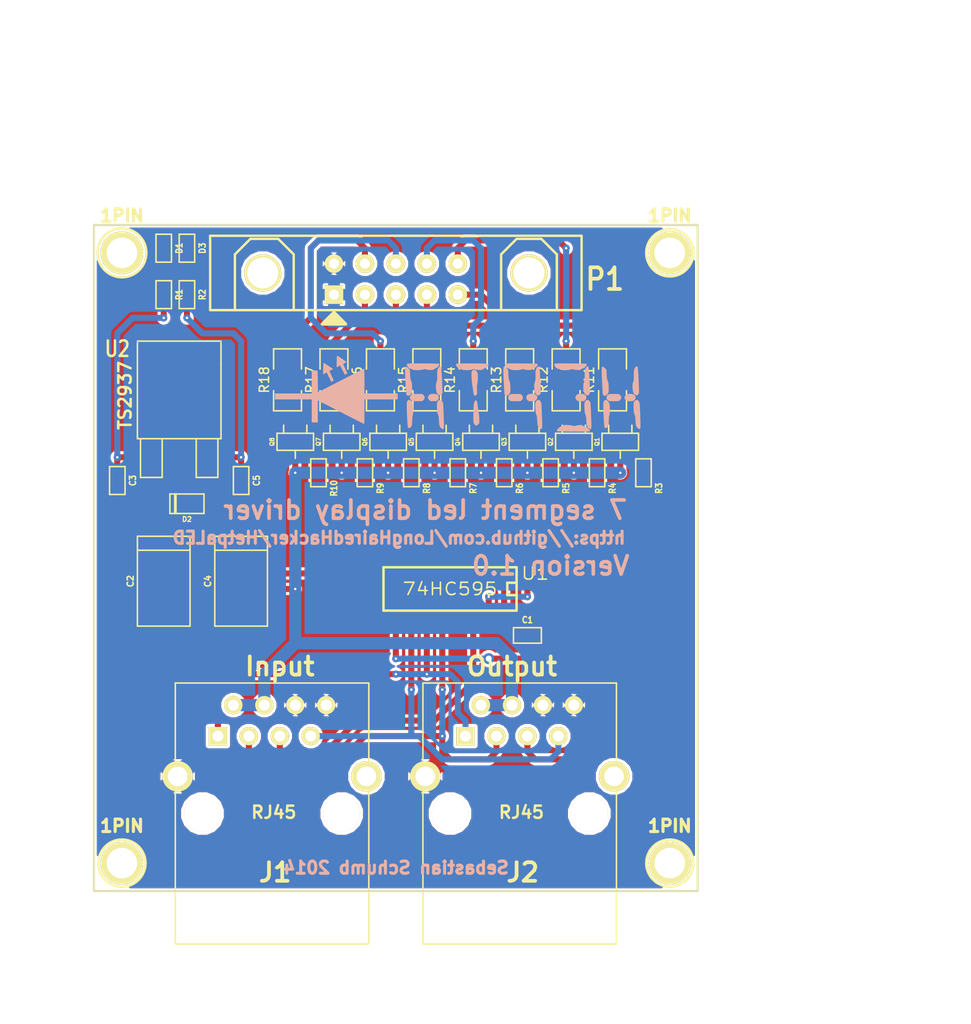
<source format=kicad_pcb>
(kicad_pcb (version 3) (host pcbnew "(2013-may-18)-stable")
  (layers (15 F.Cu signal) (0 B.Cu signal) (18 B.Paste user) (19 F.Paste user) (20 B.SilkS user) (21 F.SilkS user) (22 B.Mask user) (23 F.Mask user) (28 Edge.Cuts user))
  (net 0 "")
  (net 1 +24V)
  (net 2 +5V)
  (net 3 Clock)
  (net 4 Data_In)
  (net 5 Data_Out)
  (net 6 Enable)
  (net 7 FET_1)
  (net 8 FET_2)
  (net 9 FET_3)
  (net 10 FET_4)
  (net 11 FET_5)
  (net 12 FET_6)
  (net 13 FET_7)
  (net 14 FET_8)
  (net 15 GND)
  (net 16 N-000001)
  (net 17 N-0000010)
  (net 18 N-0000011)
  (net 19 N-0000021)
  (net 20 N-0000022)
  (net 21 N-0000024)
  (net 22 N-0000026)
  (net 23 N-000003)
  (net 24 N-0000033)
  (net 25 N-0000034)
  (net 26 N-0000036)
  (net 27 N-0000037)
  (net 28 N-000004)
  (net 29 N-0000041)
  (net 30 N-0000042)
  (net 31 N-000005)
  (net 32 N-000007)
  (net 33 N-000009)
  (net 34 Reset)
  (net 35 SEG_1)
  (net 36 SEG_2)
  (net 37 SEG_3)
  (net 38 SEG_4)
  (net 39 SEG_5)
  (net 40 SEG_6)
  (net 41 SEG_7)
  (net 42 SEG_8)
  (module 1pin (layer F.Cu) (at 101.981 36.576)
    (fp_text reference 1PIN (at 0 -3.048) (layer F.SilkS) (effects (font (size 1.016 1.016) (thickness 0.254))))
    (fp_text value P*** hide)
    (pad 1 thru_hole circle (at 0 0) (size 3.5 3.5) (drill 2.5) (layers *.Cu *.Mask F.SilkS))
  )
  (module 1pin (layer F.Cu) (at 101.981 86.614)
    (fp_text reference 1PIN (at 0 -3.048) (layer F.SilkS) (effects (font (size 1.016 1.016) (thickness 0.254))))
    (fp_text value P*** hide)
    (pad 1 thru_hole circle (at 0 0) (size 3.5 3.5) (drill 2.5) (layers *.Cu *.Mask F.SilkS))
  )
  (module 1pin (layer F.Cu) (at 146.939 86.614)
    (fp_text reference 1PIN (at 0 -3.048) (layer F.SilkS) (effects (font (size 1.016 1.016) (thickness 0.254))))
    (fp_text value P*** hide)
    (pad 1 thru_hole circle (at 0 0) (size 3.5 3.5) (drill 2.5) (layers *.Cu *.Mask F.SilkS))
  )
  (module 1pin (layer F.Cu) (at 146.939 36.576)
    (fp_text reference 1PIN (at 0 -3.048) (layer F.SilkS) (effects (font (size 1.016 1.016) (thickness 0.254))))
    (fp_text value P*** hide)
    (pad 1 thru_hole circle (at 0 0) (size 3.5 3.5) (drill 2.5) (layers *.Cu *.Mask F.SilkS))
  )
  (module HE10-10C (layer F.Cu) (at 124.46 38.735 180)
    (fp_text reference P1 (at -17.145 0 360) (layer F.SilkS) (effects (font (size 1.77546 1.5875) (thickness 0.3048))))
    (fp_text value HE10-10 hide)
    (pad 0 thru_hole circle (at -10.922 0.508 180) (size 3.048 3.048) (drill 2.54) (layers *.Cu *.Mask F.SilkS))
    (pad 0 thru_hole circle (at 10.922 0.508 180) (size 3.048 3.048) (drill 2.54) (layers *.Cu *.Mask F.SilkS))
    (pad 1 thru_hole rect (at 5.08 -1.27 180) (size 1.524 1.524) (drill 0.8128) (layers *.Cu *.Mask F.SilkS) (net 15 GND))
    (pad 2 thru_hole circle (at 5.08 1.27 180) (size 1.524 1.524) (drill 0.8128) (layers *.Cu *.Mask F.SilkS) (net 15 GND))
    (pad 3 thru_hole circle (at 2.54 -1.27 180) (size 1.524 1.524) (drill 0.8128) (layers *.Cu *.Mask F.SilkS) (net 41 SEG_7))
    (pad 4 thru_hole circle (at 2.54 1.27 180) (size 1.524 1.524) (drill 0.8128) (layers *.Cu *.Mask F.SilkS) (net 42 SEG_8))
    (pad 5 thru_hole circle (at 0 -1.27 180) (size 1.524 1.524) (drill 0.8128) (layers *.Cu *.Mask F.SilkS) (net 39 SEG_5))
    (pad 6 thru_hole circle (at 0 1.27 180) (size 1.524 1.524) (drill 0.8128) (layers *.Cu *.Mask F.SilkS) (net 40 SEG_6))
    (pad 7 thru_hole circle (at -2.54 -1.27 180) (size 1.524 1.524) (drill 0.8128) (layers *.Cu *.Mask F.SilkS) (net 37 SEG_3))
    (pad 8 thru_hole circle (at -2.54 1.27 180) (size 1.524 1.524) (drill 0.8128) (layers *.Cu *.Mask F.SilkS) (net 38 SEG_4))
    (pad 9 thru_hole circle (at -5.08 -1.27 180) (size 1.524 1.524) (drill 0.8128) (layers *.Cu *.Mask F.SilkS) (net 35 SEG_1))
    (pad 10 thru_hole circle (at -5.08 1.27 180) (size 1.524 1.524) (drill 0.8128) (layers *.Cu *.Mask F.SilkS) (net 36 SEG_2))
  )
  (module c_tant_D (layer F.Cu) (at 111.76 63.5 90)
    (fp_text reference C4 (at 0 -2.7305 90) (layer F.SilkS) (effects (font (size 0.50038 0.50038) (thickness 0.11938))))
    (fp_text value 10uF hide)
    (pad 1 smd rect (at 2.99974 0 90) (size 2.55016 2.70002) (layers F.Cu F.Paste F.Mask) (net 2 +5V))
    (pad 2 smd rect (at -2.99974 0 90) (size 2.55016 3.79984) (layers F.Cu F.Paste F.Mask) (net 15 GND))
  )
  (module sot23 (layer F.Cu) (at 120.015 52.07 180)
    (fp_text reference Q7 (at 1.905 0 270) (layer F.SilkS) (effects (font (size 0.35 0.35) (thickness 0.0875))))
    (fp_text value NDS355 hide)
    (pad 1 smd rect (at -0.9525 1.05664 180) (size 0.59944 1.00076) (layers F.Cu F.Paste F.Mask) (net 26 N-0000036))
    (pad 2 smd rect (at 0 -1.05664 180) (size 0.59944 1.00076) (layers F.Cu F.Paste F.Mask) (net 1 +24V))
    (pad 3 smd rect (at 0.9525 1.05664 180) (size 0.59944 1.00076) (layers F.Cu F.Paste F.Mask) (net 25 N-0000034))
  )
  (module sot23 (layer F.Cu) (at 142.875 52.07 180)
    (fp_text reference Q1 (at 1.905 0 270) (layer F.SilkS) (effects (font (size 0.35 0.35) (thickness 0.0875))))
    (fp_text value NDS355 hide)
    (pad 1 smd rect (at -0.9525 1.05664 180) (size 0.59944 1.00076) (layers F.Cu F.Paste F.Mask) (net 19 N-0000021))
    (pad 2 smd rect (at 0 -1.05664 180) (size 0.59944 1.00076) (layers F.Cu F.Paste F.Mask) (net 1 +24V))
    (pad 3 smd rect (at 0.9525 1.05664 180) (size 0.59944 1.00076) (layers F.Cu F.Paste F.Mask) (net 18 N-0000011))
  )
  (module sot23 (layer F.Cu) (at 123.825 52.07 180)
    (fp_text reference Q6 (at 1.905 0 270) (layer F.SilkS) (effects (font (size 0.35 0.35) (thickness 0.0875))))
    (fp_text value NDS355 hide)
    (pad 1 smd rect (at -0.9525 1.05664 180) (size 0.59944 1.00076) (layers F.Cu F.Paste F.Mask) (net 24 N-0000033))
    (pad 2 smd rect (at 0 -1.05664 180) (size 0.59944 1.00076) (layers F.Cu F.Paste F.Mask) (net 1 +24V))
    (pad 3 smd rect (at 0.9525 1.05664 180) (size 0.59944 1.00076) (layers F.Cu F.Paste F.Mask) (net 17 N-0000010))
  )
  (module sot23 (layer F.Cu) (at 139.065 52.07 180)
    (fp_text reference Q2 (at 1.905 0 270) (layer F.SilkS) (effects (font (size 0.35 0.35) (thickness 0.0875))))
    (fp_text value NDS355 hide)
    (pad 1 smd rect (at -0.9525 1.05664 180) (size 0.59944 1.00076) (layers F.Cu F.Paste F.Mask) (net 21 N-0000024))
    (pad 2 smd rect (at 0 -1.05664 180) (size 0.59944 1.00076) (layers F.Cu F.Paste F.Mask) (net 1 +24V))
    (pad 3 smd rect (at 0.9525 1.05664 180) (size 0.59944 1.00076) (layers F.Cu F.Paste F.Mask) (net 20 N-0000022))
  )
  (module sot23 (layer F.Cu) (at 116.205 52.07 180)
    (fp_text reference Q8 (at 1.905 0 270) (layer F.SilkS) (effects (font (size 0.35 0.35) (thickness 0.0875))))
    (fp_text value NDS355 hide)
    (pad 1 smd rect (at -0.9525 1.05664 180) (size 0.59944 1.00076) (layers F.Cu F.Paste F.Mask) (net 22 N-0000026))
    (pad 2 smd rect (at 0 -1.05664 180) (size 0.59944 1.00076) (layers F.Cu F.Paste F.Mask) (net 1 +24V))
    (pad 3 smd rect (at 0.9525 1.05664 180) (size 0.59944 1.00076) (layers F.Cu F.Paste F.Mask) (net 27 N-0000037))
  )
  (module sot23 (layer F.Cu) (at 135.255 52.07 180)
    (fp_text reference Q3 (at 1.905 0 270) (layer F.SilkS) (effects (font (size 0.35 0.35) (thickness 0.0875))))
    (fp_text value NDS355 hide)
    (pad 1 smd rect (at -0.9525 1.05664 180) (size 0.59944 1.00076) (layers F.Cu F.Paste F.Mask) (net 28 N-000004))
    (pad 2 smd rect (at 0 -1.05664 180) (size 0.59944 1.00076) (layers F.Cu F.Paste F.Mask) (net 1 +24V))
    (pad 3 smd rect (at 0.9525 1.05664 180) (size 0.59944 1.00076) (layers F.Cu F.Paste F.Mask) (net 23 N-000003))
  )
  (module sot23 (layer F.Cu) (at 131.445 52.07 180)
    (fp_text reference Q4 (at 1.905 0 270) (layer F.SilkS) (effects (font (size 0.35 0.35) (thickness 0.0875))))
    (fp_text value NDS355 hide)
    (pad 1 smd rect (at -0.9525 1.05664 180) (size 0.59944 1.00076) (layers F.Cu F.Paste F.Mask) (net 16 N-000001))
    (pad 2 smd rect (at 0 -1.05664 180) (size 0.59944 1.00076) (layers F.Cu F.Paste F.Mask) (net 1 +24V))
    (pad 3 smd rect (at 0.9525 1.05664 180) (size 0.59944 1.00076) (layers F.Cu F.Paste F.Mask) (net 31 N-000005))
  )
  (module sot23 (layer F.Cu) (at 127.635 52.07 180)
    (fp_text reference Q5 (at 1.905 0 270) (layer F.SilkS) (effects (font (size 0.35 0.35) (thickness 0.0875))))
    (fp_text value NDS355 hide)
    (pad 1 smd rect (at -0.9525 1.05664 180) (size 0.59944 1.00076) (layers F.Cu F.Paste F.Mask) (net 33 N-000009))
    (pad 2 smd rect (at 0 -1.05664 180) (size 0.59944 1.00076) (layers F.Cu F.Paste F.Mask) (net 1 +24V))
    (pad 3 smd rect (at 0.9525 1.05664 180) (size 0.59944 1.00076) (layers F.Cu F.Paste F.Mask) (net 32 N-000007))
  )
  (module sod123 (layer F.Cu) (at 107.315 57.15 180)
    (fp_text reference D2 (at 0 -1.27 180) (layer F.SilkS) (effects (font (size 0.39878 0.39878) (thickness 0.09906))))
    (fp_text value BAT42W hide)
    (pad 2 smd rect (at 1.67386 0 180) (size 0.8509 0.8509) (layers F.Cu F.Paste F.Mask) (net 1 +24V))
    (pad 1 smd rect (at -1.67386 0 180) (size 0.8509 0.8509) (layers F.Cu F.Paste F.Mask) (net 2 +5V))
  )
  (module SO16E (layer F.Cu) (at 128.905 64.135 180)
    (fp_text reference U1 (at -6.985 1.27 180) (layer F.SilkS) (effects (font (size 1.016 1.143) (thickness 0.127))))
    (fp_text value 74HC595 (at 0 0 180) (layer F.SilkS) (effects (font (size 1.016 1.143) (thickness 0.127))))
    (pad 1 smd rect (at -4.445 2.54 180) (size 0.508 1.143) (layers F.Cu F.Paste F.Mask) (net 8 FET_2))
    (pad 2 smd rect (at -3.175 2.54 180) (size 0.508 1.143) (layers F.Cu F.Paste F.Mask) (net 9 FET_3))
    (pad 3 smd rect (at -1.905 2.54 180) (size 0.508 1.143) (layers F.Cu F.Paste F.Mask) (net 10 FET_4))
    (pad 4 smd rect (at -0.635 2.54 180) (size 0.508 1.143) (layers F.Cu F.Paste F.Mask) (net 11 FET_5))
    (pad 5 smd rect (at 0.635 2.54 180) (size 0.508 1.143) (layers F.Cu F.Paste F.Mask) (net 12 FET_6))
    (pad 6 smd rect (at 1.905 2.54 180) (size 0.508 1.143) (layers F.Cu F.Paste F.Mask) (net 13 FET_7))
    (pad 7 smd rect (at 3.175 2.54 180) (size 0.508 1.143) (layers F.Cu F.Paste F.Mask) (net 14 FET_8))
    (pad 8 smd rect (at 4.445 2.54 180) (size 0.508 1.143) (layers F.Cu F.Paste F.Mask) (net 15 GND))
    (pad 9 smd rect (at 4.445 -2.54 180) (size 0.508 1.143) (layers F.Cu F.Paste F.Mask) (net 5 Data_Out))
    (pad 10 smd rect (at 3.175 -2.54 180) (size 0.508 1.143) (layers F.Cu F.Paste F.Mask) (net 34 Reset))
    (pad 11 smd rect (at 1.905 -2.54 180) (size 0.508 1.143) (layers F.Cu F.Paste F.Mask) (net 3 Clock))
    (pad 12 smd rect (at 0.635 -2.54 180) (size 0.508 1.143) (layers F.Cu F.Paste F.Mask) (net 6 Enable))
    (pad 13 smd rect (at -0.635 -2.54 180) (size 0.508 1.143) (layers F.Cu F.Paste F.Mask) (net 15 GND))
    (pad 14 smd rect (at -1.905 -2.54 180) (size 0.508 1.143) (layers F.Cu F.Paste F.Mask) (net 4 Data_In))
    (pad 15 smd rect (at -3.175 -2.54 180) (size 0.508 1.143) (layers F.Cu F.Paste F.Mask) (net 7 FET_1))
    (pad 16 smd rect (at -4.445 -2.54 180) (size 0.508 1.143) (layers F.Cu F.Paste F.Mask) (net 2 +5V))
  )
  (module SM1206 (layer F.Cu) (at 130.81 46.99 90)
    (fp_text reference R14 (at 0 -1.905 90) (layer F.SilkS) (effects (font (size 0.762 0.762) (thickness 0.127))))
    (fp_text value 160 hide)
    (pad 1 smd rect (at -1.651 0 90) (size 1.524 2.032) (layers F.Cu F.Paste F.Mask) (net 31 N-000005))
    (pad 2 smd rect (at 1.651 0 90) (size 1.524 2.032) (layers F.Cu F.Paste F.Mask) (net 38 SEG_4))
  )
  (module SM1206 (layer F.Cu) (at 123.19 46.99 90)
    (fp_text reference R16 (at 0 -1.905 90) (layer F.SilkS) (effects (font (size 0.762 0.762) (thickness 0.127))))
    (fp_text value 160 hide)
    (pad 1 smd rect (at -1.651 0 90) (size 1.524 2.032) (layers F.Cu F.Paste F.Mask) (net 17 N-0000010))
    (pad 2 smd rect (at 1.651 0 90) (size 1.524 2.032) (layers F.Cu F.Paste F.Mask) (net 40 SEG_6))
  )
  (module SM1206 (layer F.Cu) (at 127 46.99 90)
    (fp_text reference R15 (at 0 -1.905 90) (layer F.SilkS) (effects (font (size 0.762 0.762) (thickness 0.127))))
    (fp_text value 160 hide)
    (pad 1 smd rect (at -1.651 0 90) (size 1.524 2.032) (layers F.Cu F.Paste F.Mask) (net 32 N-000007))
    (pad 2 smd rect (at 1.651 0 90) (size 1.524 2.032) (layers F.Cu F.Paste F.Mask) (net 39 SEG_5))
  )
  (module SM1206 (layer F.Cu) (at 119.38 46.99 90)
    (fp_text reference R17 (at 0 -1.905 90) (layer F.SilkS) (effects (font (size 0.762 0.762) (thickness 0.127))))
    (fp_text value 470 hide)
    (pad 1 smd rect (at -1.651 0 90) (size 1.524 2.032) (layers F.Cu F.Paste F.Mask) (net 25 N-0000034))
    (pad 2 smd rect (at 1.651 0 90) (size 1.524 2.032) (layers F.Cu F.Paste F.Mask) (net 41 SEG_7))
  )
  (module SM1206 (layer F.Cu) (at 134.62 46.99 90)
    (fp_text reference R13 (at 0 -1.905 90) (layer F.SilkS) (effects (font (size 0.762 0.762) (thickness 0.127))))
    (fp_text value 160 hide)
    (pad 1 smd rect (at -1.651 0 90) (size 1.524 2.032) (layers F.Cu F.Paste F.Mask) (net 23 N-000003))
    (pad 2 smd rect (at 1.651 0 90) (size 1.524 2.032) (layers F.Cu F.Paste F.Mask) (net 37 SEG_3))
  )
  (module SM1206 (layer F.Cu) (at 138.43 46.99 90)
    (fp_text reference R12 (at 0 -1.905 90) (layer F.SilkS) (effects (font (size 0.762 0.762) (thickness 0.127))))
    (fp_text value 160 hide)
    (pad 1 smd rect (at -1.651 0 90) (size 1.524 2.032) (layers F.Cu F.Paste F.Mask) (net 20 N-0000022))
    (pad 2 smd rect (at 1.651 0 90) (size 1.524 2.032) (layers F.Cu F.Paste F.Mask) (net 36 SEG_2))
  )
  (module SM1206 (layer F.Cu) (at 142.24 46.99 90)
    (fp_text reference R11 (at 0 -1.905 90) (layer F.SilkS) (effects (font (size 0.762 0.762) (thickness 0.127))))
    (fp_text value 160 hide)
    (pad 1 smd rect (at -1.651 0 90) (size 1.524 2.032) (layers F.Cu F.Paste F.Mask) (net 18 N-0000011))
    (pad 2 smd rect (at 1.651 0 90) (size 1.524 2.032) (layers F.Cu F.Paste F.Mask) (net 35 SEG_1))
  )
  (module SM1206 (layer F.Cu) (at 115.57 46.99 90)
    (fp_text reference R18 (at 0 -1.905 90) (layer F.SilkS) (effects (font (size 0.762 0.762) (thickness 0.127))))
    (fp_text value 470 hide)
    (pad 1 smd rect (at -1.651 0 90) (size 1.524 2.032) (layers F.Cu F.Paste F.Mask) (net 27 N-0000037))
    (pad 2 smd rect (at 1.651 0 90) (size 1.524 2.032) (layers F.Cu F.Paste F.Mask) (net 42 SEG_8))
  )
  (module SM0603 (layer F.Cu) (at 107.315 40.005 90)
    (fp_text reference R2 (at 0 1.27 90) (layer F.SilkS) (effects (font (size 0.508 0.4572) (thickness 0.1143))))
    (fp_text value 1k hide)
    (pad 1 smd rect (at -0.762 0 90) (size 0.635 1.143) (layers F.Cu F.Paste F.Mask) (net 2 +5V))
    (pad 2 smd rect (at 0.762 0 90) (size 0.635 1.143) (layers F.Cu F.Paste F.Mask) (net 30 N-0000042))
  )
  (module SM0603 (layer F.Cu) (at 144.78 54.61 270)
    (fp_text reference R3 (at 1.27 -1.27 270) (layer F.SilkS) (effects (font (size 0.508 0.4572) (thickness 0.1143))))
    (fp_text value 200 hide)
    (pad 1 smd rect (at -0.762 0 270) (size 0.635 1.143) (layers F.Cu F.Paste F.Mask) (net 19 N-0000021))
    (pad 2 smd rect (at 0.762 0 270) (size 0.635 1.143) (layers F.Cu F.Paste F.Mask) (net 7 FET_1))
  )
  (module SM0603 (layer F.Cu) (at 101.6 55.245 270)
    (fp_text reference C3 (at 0 -1.27 270) (layer F.SilkS) (effects (font (size 0.508 0.4572) (thickness 0.1143))))
    (fp_text value 100nF hide)
    (pad 1 smd rect (at -0.762 0 270) (size 0.635 1.143) (layers F.Cu F.Paste F.Mask) (net 1 +24V))
    (pad 2 smd rect (at 0.762 0 270) (size 0.635 1.143) (layers F.Cu F.Paste F.Mask) (net 15 GND))
  )
  (module SM0603 (layer F.Cu) (at 140.97 54.61 270)
    (fp_text reference R4 (at 1.27 -1.27 270) (layer F.SilkS) (effects (font (size 0.508 0.4572) (thickness 0.1143))))
    (fp_text value 200 hide)
    (pad 1 smd rect (at -0.762 0 270) (size 0.635 1.143) (layers F.Cu F.Paste F.Mask) (net 21 N-0000024))
    (pad 2 smd rect (at 0.762 0 270) (size 0.635 1.143) (layers F.Cu F.Paste F.Mask) (net 8 FET_2))
  )
  (module SM0603 (layer F.Cu) (at 137.16 54.61 270)
    (fp_text reference R5 (at 1.27 -1.27 270) (layer F.SilkS) (effects (font (size 0.508 0.4572) (thickness 0.1143))))
    (fp_text value 200 hide)
    (pad 1 smd rect (at -0.762 0 270) (size 0.635 1.143) (layers F.Cu F.Paste F.Mask) (net 28 N-000004))
    (pad 2 smd rect (at 0.762 0 270) (size 0.635 1.143) (layers F.Cu F.Paste F.Mask) (net 9 FET_3))
  )
  (module SM0603 (layer F.Cu) (at 133.35 54.61 270)
    (fp_text reference R6 (at 1.27 -1.27 270) (layer F.SilkS) (effects (font (size 0.508 0.4572) (thickness 0.1143))))
    (fp_text value 200 hide)
    (pad 1 smd rect (at -0.762 0 270) (size 0.635 1.143) (layers F.Cu F.Paste F.Mask) (net 16 N-000001))
    (pad 2 smd rect (at 0.762 0 270) (size 0.635 1.143) (layers F.Cu F.Paste F.Mask) (net 10 FET_4))
  )
  (module SM0603 (layer F.Cu) (at 107.315 36.195 90)
    (fp_text reference D3 (at 0 1.27 90) (layer F.SilkS) (effects (font (size 0.508 0.4572) (thickness 0.1143))))
    (fp_text value LED hide)
    (pad 1 smd rect (at -0.762 0 90) (size 0.635 1.143) (layers F.Cu F.Paste F.Mask) (net 30 N-0000042))
    (pad 2 smd rect (at 0.762 0 90) (size 0.635 1.143) (layers F.Cu F.Paste F.Mask) (net 15 GND))
  )
  (module SM0603 (layer F.Cu) (at 105.41 40.005 90)
    (fp_text reference R1 (at 0 1.27 90) (layer F.SilkS) (effects (font (size 0.508 0.4572) (thickness 0.1143))))
    (fp_text value 1k hide)
    (pad 1 smd rect (at -0.762 0 90) (size 0.635 1.143) (layers F.Cu F.Paste F.Mask) (net 1 +24V))
    (pad 2 smd rect (at 0.762 0 90) (size 0.635 1.143) (layers F.Cu F.Paste F.Mask) (net 29 N-0000041))
  )
  (module SM0603 (layer F.Cu) (at 129.54 54.61 270)
    (fp_text reference R7 (at 1.27 -1.27 270) (layer F.SilkS) (effects (font (size 0.508 0.4572) (thickness 0.1143))))
    (fp_text value 200 hide)
    (pad 1 smd rect (at -0.762 0 270) (size 0.635 1.143) (layers F.Cu F.Paste F.Mask) (net 33 N-000009))
    (pad 2 smd rect (at 0.762 0 270) (size 0.635 1.143) (layers F.Cu F.Paste F.Mask) (net 11 FET_5))
  )
  (module SM0603 (layer F.Cu) (at 105.41 36.195 90)
    (fp_text reference D1 (at 0 1.27 90) (layer F.SilkS) (effects (font (size 0.508 0.4572) (thickness 0.1143))))
    (fp_text value LED hide)
    (pad 1 smd rect (at -0.762 0 90) (size 0.635 1.143) (layers F.Cu F.Paste F.Mask) (net 29 N-0000041))
    (pad 2 smd rect (at 0.762 0 90) (size 0.635 1.143) (layers F.Cu F.Paste F.Mask) (net 15 GND))
  )
  (module SM0603 (layer F.Cu) (at 135.255 67.945)
    (fp_text reference C1 (at 0 -1.27) (layer F.SilkS) (effects (font (size 0.508 0.4572) (thickness 0.1143))))
    (fp_text value 100n hide)
    (pad 1 smd rect (at -0.762 0) (size 0.635 1.143) (layers F.Cu F.Paste F.Mask) (net 2 +5V))
    (pad 2 smd rect (at 0.762 0) (size 0.635 1.143) (layers F.Cu F.Paste F.Mask) (net 15 GND))
  )
  (module SM0603 (layer F.Cu) (at 125.73 54.61 270)
    (fp_text reference R8 (at 1.27 -1.27 270) (layer F.SilkS) (effects (font (size 0.508 0.4572) (thickness 0.1143))))
    (fp_text value 200 hide)
    (pad 1 smd rect (at -0.762 0 270) (size 0.635 1.143) (layers F.Cu F.Paste F.Mask) (net 24 N-0000033))
    (pad 2 smd rect (at 0.762 0 270) (size 0.635 1.143) (layers F.Cu F.Paste F.Mask) (net 12 FET_6))
  )
  (module SM0603 (layer F.Cu) (at 118.11 54.61 270)
    (fp_text reference R10 (at 1.27 -1.27 270) (layer F.SilkS) (effects (font (size 0.508 0.4572) (thickness 0.1143))))
    (fp_text value 200 hide)
    (pad 1 smd rect (at -0.762 0 270) (size 0.635 1.143) (layers F.Cu F.Paste F.Mask) (net 22 N-0000026))
    (pad 2 smd rect (at 0.762 0 270) (size 0.635 1.143) (layers F.Cu F.Paste F.Mask) (net 14 FET_8))
  )
  (module SM0603 (layer F.Cu) (at 121.92 54.61 270)
    (fp_text reference R9 (at 1.27 -1.27 270) (layer F.SilkS) (effects (font (size 0.508 0.4572) (thickness 0.1143))))
    (fp_text value 200 hide)
    (pad 1 smd rect (at -0.762 0 270) (size 0.635 1.143) (layers F.Cu F.Paste F.Mask) (net 26 N-0000036))
    (pad 2 smd rect (at 0.762 0 270) (size 0.635 1.143) (layers F.Cu F.Paste F.Mask) (net 13 FET_7))
  )
  (module DPAK2 (layer F.Cu) (at 106.68 53.34)
    (fp_text reference U2 (at -5.08 -8.89) (layer F.SilkS) (effects (font (size 1.27 1.016) (thickness 0.2032))))
    (fp_text value TS2937 (at -4.445 -5.08 90) (layer F.SilkS) (effects (font (size 1.016 1.016) (thickness 0.2032))))
    (pad 1 smd rect (at -2.286 0) (size 1.651 3.048) (layers F.Cu F.Paste F.Mask) (net 1 +24V))
    (pad 2 smd rect (at 0 -6.35) (size 6.096 6.096) (layers F.Cu F.Paste F.Mask) (net 15 GND))
    (pad 3 smd rect (at 2.286 0) (size 1.651 3.048) (layers F.Cu F.Paste F.Mask) (net 2 +5V))
  )
  (module c_tant_D (layer F.Cu) (at 105.41 63.5 90)
    (fp_text reference C2 (at 0 -2.7305 90) (layer F.SilkS) (effects (font (size 0.50038 0.50038) (thickness 0.11938))))
    (fp_text value 10uF hide)
    (pad 1 smd rect (at 2.99974 0 90) (size 2.55016 2.70002) (layers F.Cu F.Paste F.Mask) (net 1 +24V))
    (pad 2 smd rect (at -2.99974 0 90) (size 2.55016 3.79984) (layers F.Cu F.Paste F.Mask) (net 15 GND))
  )
  (module SM0603 (layer F.Cu) (at 111.76 55.245 270)
    (fp_text reference C5 (at 0 -1.27 270) (layer F.SilkS) (effects (font (size 0.508 0.4572) (thickness 0.1143))))
    (fp_text value 100nF hide)
    (pad 1 smd rect (at -0.762 0 270) (size 0.635 1.143) (layers F.Cu F.Paste F.Mask) (net 2 +5V))
    (pad 2 smd rect (at 0.762 0 270) (size 0.635 1.143) (layers F.Cu F.Paste F.Mask) (net 15 GND))
  )
  (module logo_silkbot_30_00mm (layer B.Cu) (at 129.54 48.133)
    (fp_text reference G*** hide)
    (fp_text value logo_silkbot_30_00mm hide)
  )
  (module RJ45_MEBP_8-8G (layer F.Cu) (at 114.3 82.55)
    (fp_text reference J1 (at 0.254 4.826) (layer F.SilkS) (effects (font (size 1.524 1.524) (thickness 0.3048))))
    (fp_text value RJ45 (at 0.14224 -0.1016) (layer F.SilkS) (effects (font (size 1.00076 1.00076) (thickness 0.2032))))
    (pad "" np_thru_hole circle (at 5.715 0) (size 3 3) (drill 3) (layers *.Cu *.SilkS *.Mask))
    (pad "" np_thru_hole circle (at -5.715 0) (size 3 3) (drill 3) (layers *.Cu *.SilkS *.Mask))
    (pad 1 thru_hole rect (at -4.445 -6.35) (size 1.50114 1.50114) (drill 0.89916) (layers *.Cu *.Mask F.SilkS) (net 3 Clock))
    (pad 2 thru_hole circle (at -3.175 -8.89) (size 1.50114 1.50114) (drill 0.89916) (layers *.Cu *.Mask F.SilkS) (net 1 +24V))
    (pad 3 thru_hole circle (at -1.905 -6.35) (size 1.50114 1.50114) (drill 0.89916) (layers *.Cu *.Mask F.SilkS) (net 6 Enable))
    (pad 4 thru_hole circle (at -0.635 -8.89) (size 1.50114 1.50114) (drill 0.89916) (layers *.Cu *.Mask F.SilkS) (net 1 +24V))
    (pad 5 thru_hole circle (at 0.635 -6.35) (size 1.50114 1.50114) (drill 0.89916) (layers *.Cu *.Mask F.SilkS) (net 4 Data_In))
    (pad 6 thru_hole circle (at 1.905 -8.89) (size 1.50114 1.50114) (drill 0.89916) (layers *.Cu *.Mask F.SilkS) (net 15 GND))
    (pad 7 thru_hole circle (at 3.175 -6.35) (size 1.50114 1.50114) (drill 0.89916) (layers *.Cu *.Mask F.SilkS) (net 34 Reset))
    (pad 8 thru_hole circle (at 4.445 -8.89) (size 1.50114 1.50114) (drill 0.89916) (layers *.Cu *.Mask F.SilkS) (net 15 GND))
    (pad 9 thru_hole circle (at -7.745 -3.05) (size 2.5 2.5) (drill 1.6) (layers *.Cu *.Mask F.SilkS) (net 15 GND))
    (pad 10 thru_hole circle (at 7.747 -3.05) (size 2.5 2.5) (drill 1.6) (layers *.Cu *.Mask F.SilkS))
  )
  (module RJ45_MEBP_8-8G (layer F.Cu) (at 134.62 82.55)
    (fp_text reference J2 (at 0.254 4.826) (layer F.SilkS) (effects (font (size 1.524 1.524) (thickness 0.3048))))
    (fp_text value RJ45 (at 0.14224 -0.1016) (layer F.SilkS) (effects (font (size 1.00076 1.00076) (thickness 0.2032))))
    (pad "" np_thru_hole circle (at 5.715 0) (size 3 3) (drill 3) (layers *.Cu *.SilkS *.Mask))
    (pad "" np_thru_hole circle (at -5.715 0) (size 3 3) (drill 3) (layers *.Cu *.SilkS *.Mask))
    (pad 1 thru_hole rect (at -4.445 -6.35) (size 1.50114 1.50114) (drill 0.89916) (layers *.Cu *.Mask F.SilkS) (net 3 Clock))
    (pad 2 thru_hole circle (at -3.175 -8.89) (size 1.50114 1.50114) (drill 0.89916) (layers *.Cu *.Mask F.SilkS) (net 1 +24V))
    (pad 3 thru_hole circle (at -1.905 -6.35) (size 1.50114 1.50114) (drill 0.89916) (layers *.Cu *.Mask F.SilkS) (net 6 Enable))
    (pad 4 thru_hole circle (at -0.635 -8.89) (size 1.50114 1.50114) (drill 0.89916) (layers *.Cu *.Mask F.SilkS) (net 1 +24V))
    (pad 5 thru_hole circle (at 0.635 -6.35) (size 1.50114 1.50114) (drill 0.89916) (layers *.Cu *.Mask F.SilkS) (net 5 Data_Out))
    (pad 6 thru_hole circle (at 1.905 -8.89) (size 1.50114 1.50114) (drill 0.89916) (layers *.Cu *.Mask F.SilkS) (net 15 GND))
    (pad 7 thru_hole circle (at 3.175 -6.35) (size 1.50114 1.50114) (drill 0.89916) (layers *.Cu *.Mask F.SilkS) (net 34 Reset))
    (pad 8 thru_hole circle (at 4.445 -8.89) (size 1.50114 1.50114) (drill 0.89916) (layers *.Cu *.Mask F.SilkS) (net 15 GND))
    (pad 9 thru_hole circle (at -7.745 -3.05) (size 2.5 2.5) (drill 1.6) (layers *.Cu *.Mask F.SilkS) (net 15 GND))
    (pad 10 thru_hole circle (at 7.747 -3.05) (size 2.5 2.5) (drill 1.6) (layers *.Cu *.Mask F.SilkS))
  )
  (gr_line (start 149.225 88.9) (end 149.225 34.29) (angle 90) (layer F.SilkS) (width 0.2))
  (gr_line (start 99.695 88.9) (end 149.225 88.9) (angle 90) (layer F.SilkS) (width 0.2))
  (gr_line (start 99.695 34.29) (end 99.695 88.9) (angle 90) (layer F.SilkS) (width 0.2))
  (gr_line (start 149.225 34.29) (end 99.695 34.29) (angle 90) (layer F.SilkS) (width 0.2))
  (gr_text "Version 1.0" (at 137.16 62.23) (layer B.SilkS) (effects (font (size 1.5 1.5) (thickness 0.3)) (justify mirror)))
  (gr_text "Sebastian Schumb 2014" (at 124.46 86.995) (layer B.SilkS) (effects (font (size 1 1) (thickness 0.25)) (justify mirror)))
  (gr_text Output (at 133.985 70.485) (layer F.SilkS) (effects (font (size 1.5 1.5) (thickness 0.3))))
  (gr_text Input (at 114.935 70.485) (layer F.SilkS) (effects (font (size 1.5 1.5) (thickness 0.3))))
  (gr_text https://github.com/LongHairedHacker/HetpaLED (at 124.714 59.944) (layer B.SilkS) (effects (font (size 1 1) (thickness 0.25)) (justify mirror)))
  (gr_text "7 segment led display driver" (at 126.873 57.658) (layer B.SilkS) (effects (font (size 1.5 1.5) (thickness 0.3)) (justify mirror)))
  (gr_line (start 99.695 34.29) (end 149.225 34.29) (angle 90) (layer Edge.Cuts) (width 0.1))
  (gr_line (start 99.695 88.9) (end 99.695 34.29) (angle 90) (layer Edge.Cuts) (width 0.1))
  (gr_line (start 149.225 88.9) (end 99.695 88.9) (angle 90) (layer Edge.Cuts) (width 0.1))
  (gr_line (start 149.225 34.29) (end 149.225 88.9) (angle 90) (layer Edge.Cuts) (width 0.1))
  (segment (start 105.41 40.767) (end 105.41 41.91) (width 0.5) (layer F.Cu) (net 1))
  (via (at 105.41 41.91) (size 0.6) (drill 0.2) (layers F.Cu B.Cu) (net 1))
  (segment (start 102.87 41.91) (end 105.41 41.91) (width 0.5) (layer B.Cu) (net 1))
  (segment (start 101.6 43.18) (end 102.87 41.91) (width 0.5) (layer B.Cu) (net 1))
  (segment (start 101.6 43.18) (end 101.6 53.34) (width 0.5) (layer B.Cu) (net 1))
  (via (at 101.6 53.34) (size 0.6) (drill 0.2) (layers F.Cu B.Cu) (net 1))
  (segment (start 116.205 68.58) (end 132.715 68.58) (width 1) (layer B.Cu) (net 1))
  (via (at 116.205 64.135) (size 0.6) (drill 0.2) (layers F.Cu B.Cu) (net 1))
  (segment (start 116.205 64.135) (end 106.045 64.135) (width 0.5) (layer F.Cu) (net 1))
  (segment (start 105.41 63.5) (end 106.045 64.135) (width 0.5) (layer F.Cu) (net 1))
  (segment (start 105.41 63.5) (end 105.41 60.50026) (width 0.5) (layer F.Cu) (net 1))
  (segment (start 105.64114 57.15) (end 105.64114 58.18886) (width 0.5) (layer F.Cu) (net 1))
  (segment (start 105.41 58.42) (end 105.41 60.50026) (width 0.5) (layer F.Cu) (net 1))
  (segment (start 105.64114 58.18886) (end 105.41 58.42) (width 0.5) (layer F.Cu) (net 1))
  (segment (start 105.64114 57.15) (end 105.64114 56.11114) (width 0.5) (layer F.Cu) (net 1))
  (segment (start 104.394 54.864) (end 105.41 55.88) (width 0.5) (layer F.Cu) (net 1))
  (segment (start 104.394 54.864) (end 104.394 53.34) (width 0.5) (layer F.Cu) (net 1))
  (segment (start 105.64114 56.11114) (end 105.41 55.88) (width 0.5) (layer F.Cu) (net 1))
  (segment (start 101.6 54.483) (end 101.6 53.34) (width 0.5) (layer F.Cu) (net 1))
  (segment (start 101.6 53.34) (end 104.394 53.34) (width 0.5) (layer F.Cu) (net 1))
  (segment (start 133.985 73.66) (end 133.985 69.85) (width 1) (layer B.Cu) (net 1))
  (segment (start 133.985 69.85) (end 132.715 68.58) (width 1) (layer B.Cu) (net 1))
  (segment (start 116.205 68.58) (end 116.205 68.58) (width 1) (layer B.Cu) (net 1))
  (segment (start 116.205 68.58) (end 116.205 66.675) (width 1) (layer B.Cu) (net 1))
  (segment (start 113.665 71.12) (end 116.205 68.58) (width 1) (layer B.Cu) (net 1))
  (segment (start 113.665 71.12) (end 113.665 71.12) (width 1) (layer B.Cu) (net 1))
  (segment (start 113.665 71.12) (end 113.665 73.66) (width 1) (layer B.Cu) (net 1))
  (segment (start 116.205 66.675) (end 116.205 64.135) (width 1) (layer B.Cu) (net 1))
  (segment (start 116.205 64.135) (end 116.205 63.5) (width 1) (layer B.Cu) (net 1))
  (segment (start 116.205 63.5) (end 116.205 54.61) (width 1) (layer B.Cu) (net 1))
  (segment (start 131.445 73.66) (end 133.985 73.66) (width 1) (layer B.Cu) (net 1))
  (segment (start 111.125 73.66) (end 113.665 73.66) (width 1) (layer B.Cu) (net 1))
  (segment (start 135.255 53.12664) (end 135.255 54.61) (width 0.5) (layer F.Cu) (net 1))
  (via (at 135.255 54.61) (size 0.6) (drill 0.2) (layers F.Cu B.Cu) (net 1))
  (via (at 142.875 54.61) (size 0.6) (drill 0.2) (layers F.Cu B.Cu) (net 1))
  (segment (start 139.065 54.61) (end 142.875 54.61) (width 1) (layer B.Cu) (net 1))
  (segment (start 142.875 54.61) (end 142.875 53.12664) (width 0.5) (layer F.Cu) (net 1))
  (segment (start 139.065 53.12664) (end 139.065 54.61) (width 0.5) (layer F.Cu) (net 1))
  (via (at 139.065 54.61) (size 0.6) (drill 0.2) (layers F.Cu B.Cu) (net 1))
  (via (at 131.445 54.61) (size 0.6) (drill 0.2) (layers F.Cu B.Cu) (net 1))
  (segment (start 131.445 54.61) (end 131.445 53.12664) (width 0.5) (layer F.Cu) (net 1))
  (via (at 127.635 54.61) (size 0.6) (drill 0.2) (layers F.Cu B.Cu) (net 1))
  (segment (start 127.635 53.12664) (end 127.635 54.61) (width 0.5) (layer F.Cu) (net 1))
  (via (at 123.825 54.61) (size 0.6) (drill 0.2) (layers F.Cu B.Cu) (net 1))
  (segment (start 123.825 54.61) (end 123.825 53.12664) (width 0.5) (layer F.Cu) (net 1))
  (segment (start 120.015 53.12664) (end 120.015 54.61) (width 0.5) (layer F.Cu) (net 1))
  (via (at 120.015 54.61) (size 0.6) (drill 0.2) (layers F.Cu B.Cu) (net 1))
  (via (at 116.205 54.61) (size 0.6) (drill 0.2) (layers F.Cu B.Cu) (net 1))
  (segment (start 116.205 54.61) (end 116.205 53.12664) (width 0.5) (layer F.Cu) (net 1))
  (segment (start 139.065 54.61) (end 135.255 54.61) (width 1) (layer B.Cu) (net 1))
  (segment (start 135.255 54.61) (end 131.445 54.61) (width 1) (layer B.Cu) (net 1))
  (segment (start 131.445 54.61) (end 127.635 54.61) (width 1) (layer B.Cu) (net 1))
  (segment (start 127.635 54.61) (end 123.825 54.61) (width 1) (layer B.Cu) (net 1))
  (segment (start 123.825 54.61) (end 120.015 54.61) (width 1) (layer B.Cu) (net 1))
  (segment (start 120.015 54.61) (end 116.205 54.61) (width 1) (layer B.Cu) (net 1))
  (segment (start 107.315 40.767) (end 107.315 41.91) (width 0.5) (layer F.Cu) (net 2))
  (via (at 107.315 41.91) (size 0.6) (drill 0.2) (layers F.Cu B.Cu) (net 2))
  (segment (start 107.315 41.91) (end 108.585 43.18) (width 0.5) (layer B.Cu) (net 2))
  (segment (start 108.585 43.18) (end 111.125 43.18) (width 0.5) (layer B.Cu) (net 2))
  (segment (start 111.125 43.18) (end 111.76 43.815) (width 0.5) (layer B.Cu) (net 2))
  (via (at 111.76 53.34) (size 0.6) (drill 0.2) (layers F.Cu B.Cu) (net 2))
  (segment (start 111.76 43.815) (end 111.76 53.34) (width 0.5) (layer B.Cu) (net 2))
  (segment (start 134.493 67.945) (end 133.985 67.945) (width 0.5) (layer F.Cu) (net 2))
  (segment (start 133.35 67.31) (end 133.985 67.945) (width 0.5) (layer F.Cu) (net 2))
  (segment (start 133.35 67.31) (end 133.35 66.675) (width 0.5) (layer F.Cu) (net 2))
  (segment (start 133.35 66.675) (end 133.35 64.135) (width 0.5) (layer F.Cu) (net 2))
  (segment (start 132.715 63.5) (end 133.35 64.135) (width 0.5) (layer F.Cu) (net 2))
  (segment (start 112.395 62.865) (end 123.19 62.865) (width 0.5) (layer F.Cu) (net 2))
  (segment (start 111.76 62.23) (end 112.395 62.865) (width 0.5) (layer F.Cu) (net 2))
  (segment (start 111.76 62.23) (end 111.76 60.50026) (width 0.5) (layer F.Cu) (net 2))
  (segment (start 123.19 62.865) (end 123.825 63.5) (width 0.5) (layer F.Cu) (net 2))
  (segment (start 123.825 63.5) (end 132.715 63.5) (width 0.5) (layer F.Cu) (net 2))
  (segment (start 111.76 53.34) (end 111.76 54.483) (width 0.5) (layer F.Cu) (net 2))
  (segment (start 108.966 53.34) (end 111.76 53.34) (width 0.5) (layer F.Cu) (net 2))
  (segment (start 111.76 53.34) (end 111.76 53.34) (width 0.5) (layer F.Cu) (net 2))
  (segment (start 108.98886 57.15) (end 110.49 57.15) (width 0.5) (layer F.Cu) (net 2))
  (segment (start 110.49 57.15) (end 111.76 58.42) (width 0.5) (layer F.Cu) (net 2))
  (segment (start 111.76 58.42) (end 111.76 60.50026) (width 0.5) (layer F.Cu) (net 2))
  (segment (start 108.966 53.34) (end 108.966 57.12714) (width 0.5) (layer F.Cu) (net 2))
  (segment (start 108.966 57.12714) (end 108.98886 57.15) (width 0.5) (layer F.Cu) (net 2))
  (via (at 124.46 71.12) (size 0.6) (drill 0.2) (layers F.Cu B.Cu) (net 3))
  (segment (start 109.855 76.2) (end 109.855 74.93) (width 0.5) (layer F.Cu) (net 3))
  (segment (start 109.22 72.39) (end 110.49 71.12) (width 0.5) (layer F.Cu) (net 3))
  (segment (start 109.22 74.295) (end 109.22 72.39) (width 0.5) (layer F.Cu) (net 3))
  (segment (start 109.855 74.93) (end 109.22 74.295) (width 0.5) (layer F.Cu) (net 3))
  (segment (start 124.46 71.12) (end 127 71.12) (width 0.5) (layer B.Cu) (net 3))
  (segment (start 124.46 71.12) (end 110.49 71.12) (width 0.5) (layer F.Cu) (net 3))
  (segment (start 129.54 71.755) (end 129.54 74.295) (width 0.5) (layer B.Cu) (net 3))
  (segment (start 127 71.12) (end 128.905 71.12) (width 0.5) (layer B.Cu) (net 3))
  (segment (start 128.905 71.12) (end 129.54 71.755) (width 0.5) (layer B.Cu) (net 3))
  (via (at 127 71.12) (size 0.6) (drill 0.2) (layers F.Cu B.Cu) (net 3))
  (segment (start 130.175 74.93) (end 130.175 76.2) (width 0.5) (layer B.Cu) (net 3))
  (segment (start 129.54 74.295) (end 130.175 74.93) (width 0.5) (layer B.Cu) (net 3))
  (segment (start 127 66.675) (end 127 71.12) (width 0.5) (layer F.Cu) (net 3))
  (segment (start 127.635 74.93) (end 121.285 74.93) (width 0.5) (layer F.Cu) (net 4))
  (segment (start 118.11 78.105) (end 115.57 78.105) (width 0.5) (layer F.Cu) (net 4))
  (segment (start 121.285 74.93) (end 118.11 78.105) (width 0.5) (layer F.Cu) (net 4))
  (segment (start 130.81 66.675) (end 130.81 69.215) (width 0.5) (layer F.Cu) (net 4))
  (segment (start 130.81 69.215) (end 130.81 71.755) (width 0.5) (layer F.Cu) (net 4))
  (segment (start 130.81 71.755) (end 127.635 74.93) (width 0.5) (layer F.Cu) (net 4))
  (segment (start 114.935 77.47) (end 114.935 76.2) (width 0.5) (layer F.Cu) (net 4))
  (segment (start 115.57 78.105) (end 114.935 77.47) (width 0.5) (layer F.Cu) (net 4))
  (segment (start 140.97 71.12) (end 140.97 77.47) (width 0.5) (layer F.Cu) (net 5))
  (segment (start 132.08 69.85) (end 132.08 69.85) (width 0.5) (layer F.Cu) (net 5))
  (segment (start 132.08 69.85) (end 138.43 69.85) (width 0.5) (layer F.Cu) (net 5))
  (segment (start 138.43 69.85) (end 139.7 69.85) (width 0.5) (layer F.Cu) (net 5))
  (segment (start 139.7 69.85) (end 140.97 71.12) (width 0.5) (layer F.Cu) (net 5))
  (segment (start 124.46 66.675) (end 124.46 69.85) (width 0.5) (layer F.Cu) (net 5))
  (segment (start 124.46 69.85) (end 132.08 69.85) (width 0.5) (layer B.Cu) (net 5))
  (via (at 124.46 69.85) (size 0.6) (drill 0.2) (layers F.Cu B.Cu) (net 5))
  (via (at 132.08 69.85) (size 0.9) (drill 0.5) (layers F.Cu B.Cu) (net 5))
  (segment (start 135.255 77.47) (end 135.255 76.2) (width 0.5) (layer F.Cu) (net 5))
  (segment (start 135.89 78.105) (end 135.255 77.47) (width 0.5) (layer F.Cu) (net 5))
  (segment (start 140.335 78.105) (end 135.89 78.105) (width 0.5) (layer F.Cu) (net 5))
  (segment (start 140.97 77.47) (end 140.335 78.105) (width 0.5) (layer F.Cu) (net 5))
  (segment (start 132.715 76.2) (end 132.715 77.47) (width 0.5) (layer F.Cu) (net 6))
  (segment (start 132.08 78.105) (end 132.715 77.47) (width 0.5) (layer F.Cu) (net 6))
  (segment (start 131.445 78.105) (end 128.905 78.105) (width 0.5) (layer F.Cu) (net 6))
  (segment (start 128.27 77.47) (end 128.905 78.105) (width 0.5) (layer F.Cu) (net 6))
  (segment (start 128.27 77.47) (end 128.27 76.2) (width 0.5) (layer F.Cu) (net 6))
  (segment (start 131.445 78.105) (end 132.08 78.105) (width 0.5) (layer F.Cu) (net 6))
  (via (at 128.27 76.2) (size 0.6) (drill 0.2) (layers F.Cu B.Cu) (net 6))
  (segment (start 128.27 76.2) (end 128.27 76.2) (width 0.5) (layer F.Cu) (net 6))
  (segment (start 121.92 76.2) (end 128.27 76.2) (width 0.5) (layer F.Cu) (net 6))
  (segment (start 121.92 76.2) (end 118.745 79.375) (width 0.5) (layer F.Cu) (net 6))
  (segment (start 118.745 79.375) (end 116.205 79.375) (width 0.5) (layer F.Cu) (net 6))
  (segment (start 116.205 79.375) (end 113.665 79.375) (width 0.5) (layer F.Cu) (net 6))
  (segment (start 112.395 78.105) (end 113.665 79.375) (width 0.5) (layer F.Cu) (net 6))
  (segment (start 112.395 78.105) (end 112.395 76.2) (width 0.5) (layer F.Cu) (net 6))
  (segment (start 115.57 79.375) (end 116.205 79.375) (width 0.5) (layer F.Cu) (net 6))
  (segment (start 128.27 76.2) (end 128.27 76.2) (width 0.5) (layer B.Cu) (net 6))
  (via (at 128.27 72.39) (size 0.6) (drill 0.2) (layers F.Cu B.Cu) (net 6))
  (segment (start 128.27 66.675) (end 128.27 72.39) (width 0.5) (layer F.Cu) (net 6))
  (segment (start 128.27 72.39) (end 128.27 76.2) (width 0.5) (layer B.Cu) (net 6))
  (segment (start 135.255 60.325) (end 135.255 64.77) (width 0.5) (layer F.Cu) (net 7))
  (segment (start 132.08 64.77) (end 133.985 64.77) (width 0.5) (layer B.Cu) (net 7))
  (segment (start 133.985 64.77) (end 135.255 64.77) (width 0.5) (layer B.Cu) (net 7))
  (segment (start 132.08 66.675) (end 132.08 64.77) (width 0.5) (layer F.Cu) (net 7))
  (via (at 132.08 64.77) (size 0.6) (drill 0.2) (layers F.Cu B.Cu) (net 7))
  (segment (start 137.16 59.69) (end 135.89 59.69) (width 0.5) (layer F.Cu) (net 7))
  (segment (start 135.89 59.69) (end 135.255 60.325) (width 0.5) (layer F.Cu) (net 7))
  (segment (start 144.78 55.88) (end 144.78 55.372) (width 0.5) (layer F.Cu) (net 7))
  (segment (start 144.78 57.15) (end 142.24 59.69) (width 0.5) (layer F.Cu) (net 7))
  (segment (start 144.78 55.88) (end 144.78 57.15) (width 0.5) (layer F.Cu) (net 7))
  (segment (start 142.24 59.69) (end 137.16 59.69) (width 0.5) (layer F.Cu) (net 7))
  (via (at 135.255 64.77) (size 0.6) (drill 0.2) (layers F.Cu B.Cu) (net 7))
  (segment (start 135.255 58.42) (end 139.7 58.42) (width 0.5) (layer F.Cu) (net 8))
  (segment (start 133.35 60.325) (end 135.255 58.42) (width 0.5) (layer F.Cu) (net 8))
  (segment (start 133.35 61.595) (end 133.35 60.325) (width 0.5) (layer F.Cu) (net 8))
  (segment (start 140.97 57.15) (end 140.97 55.372) (width 0.5) (layer F.Cu) (net 8))
  (segment (start 139.7 58.42) (end 140.97 57.15) (width 0.5) (layer F.Cu) (net 8))
  (segment (start 134.62 57.15) (end 136.525 57.15) (width 0.5) (layer F.Cu) (net 9))
  (segment (start 132.08 59.69) (end 134.62 57.15) (width 0.5) (layer F.Cu) (net 9))
  (segment (start 132.08 61.595) (end 132.08 59.69) (width 0.5) (layer F.Cu) (net 9))
  (segment (start 137.16 56.515) (end 137.16 55.372) (width 0.5) (layer F.Cu) (net 9))
  (segment (start 136.525 57.15) (end 137.16 56.515) (width 0.5) (layer F.Cu) (net 9))
  (segment (start 130.81 61.595) (end 130.81 59.055) (width 0.5) (layer F.Cu) (net 10))
  (segment (start 133.35 56.515) (end 133.35 55.372) (width 0.5) (layer F.Cu) (net 10))
  (segment (start 130.81 59.055) (end 133.35 56.515) (width 0.5) (layer F.Cu) (net 10))
  (segment (start 129.54 61.595) (end 129.54 55.372) (width 0.5) (layer F.Cu) (net 11))
  (segment (start 128.27 61.595) (end 128.27 59.055) (width 0.5) (layer F.Cu) (net 12))
  (segment (start 125.73 56.515) (end 125.73 55.372) (width 0.5) (layer F.Cu) (net 12))
  (segment (start 128.27 59.055) (end 125.73 56.515) (width 0.5) (layer F.Cu) (net 12))
  (segment (start 124.46 57.15) (end 122.555 57.15) (width 0.5) (layer F.Cu) (net 13))
  (segment (start 127 59.69) (end 124.46 57.15) (width 0.5) (layer F.Cu) (net 13))
  (segment (start 127 61.595) (end 127 59.69) (width 0.5) (layer F.Cu) (net 13))
  (segment (start 121.92 56.515) (end 121.92 55.372) (width 0.5) (layer F.Cu) (net 13))
  (segment (start 122.555 57.15) (end 121.92 56.515) (width 0.5) (layer F.Cu) (net 13))
  (segment (start 123.825 58.42) (end 120.015 58.42) (width 0.5) (layer F.Cu) (net 14))
  (segment (start 125.73 60.325) (end 123.825 58.42) (width 0.5) (layer F.Cu) (net 14))
  (segment (start 125.73 61.595) (end 125.73 60.325) (width 0.5) (layer F.Cu) (net 14))
  (segment (start 118.11 56.515) (end 118.11 55.372) (width 0.5) (layer F.Cu) (net 14))
  (segment (start 120.015 58.42) (end 118.11 56.515) (width 0.5) (layer F.Cu) (net 14))
  (segment (start 132.3975 51.01336) (end 132.3975 51.7525) (width 0.5) (layer F.Cu) (net 16))
  (segment (start 133.35 52.705) (end 133.35 53.848) (width 0.5) (layer F.Cu) (net 16))
  (segment (start 132.3975 51.7525) (end 133.35 52.705) (width 0.5) (layer F.Cu) (net 16))
  (segment (start 123.19 48.641) (end 123.19 49.53) (width 0.5) (layer F.Cu) (net 17))
  (segment (start 122.8725 49.8475) (end 123.19 49.53) (width 0.5) (layer F.Cu) (net 17))
  (segment (start 122.8725 49.8475) (end 122.8725 51.01336) (width 0.5) (layer F.Cu) (net 17))
  (segment (start 142.24 48.641) (end 142.24 49.53) (width 0.5) (layer F.Cu) (net 18))
  (segment (start 141.9225 49.8475) (end 142.24 49.53) (width 0.5) (layer F.Cu) (net 18))
  (segment (start 141.9225 49.8475) (end 141.9225 51.01336) (width 0.5) (layer F.Cu) (net 18))
  (segment (start 143.8275 51.01336) (end 143.8275 51.7525) (width 0.5) (layer F.Cu) (net 19))
  (segment (start 144.78 52.705) (end 144.78 53.848) (width 0.5) (layer F.Cu) (net 19))
  (segment (start 143.8275 51.7525) (end 144.78 52.705) (width 0.5) (layer F.Cu) (net 19))
  (segment (start 138.1125 51.01336) (end 138.1125 49.8475) (width 0.5) (layer F.Cu) (net 20))
  (segment (start 138.43 49.53) (end 138.43 48.641) (width 0.5) (layer F.Cu) (net 20))
  (segment (start 138.1125 49.8475) (end 138.43 49.53) (width 0.5) (layer F.Cu) (net 20))
  (segment (start 140.0175 51.01336) (end 140.0175 51.7525) (width 0.5) (layer F.Cu) (net 21))
  (segment (start 140.97 52.705) (end 140.97 53.848) (width 0.5) (layer F.Cu) (net 21))
  (segment (start 140.0175 51.7525) (end 140.97 52.705) (width 0.5) (layer F.Cu) (net 21))
  (segment (start 117.1575 51.01336) (end 117.1575 51.7525) (width 0.5) (layer F.Cu) (net 22))
  (segment (start 118.11 52.705) (end 118.11 53.848) (width 0.5) (layer F.Cu) (net 22))
  (segment (start 117.1575 51.7525) (end 118.11 52.705) (width 0.5) (layer F.Cu) (net 22))
  (segment (start 134.62 48.641) (end 134.62 49.53) (width 0.5) (layer F.Cu) (net 23))
  (segment (start 134.3025 49.8475) (end 134.62 49.53) (width 0.5) (layer F.Cu) (net 23))
  (segment (start 134.3025 49.8475) (end 134.3025 51.01336) (width 0.5) (layer F.Cu) (net 23))
  (segment (start 124.7775 51.01336) (end 124.7775 51.7525) (width 0.5) (layer F.Cu) (net 24))
  (segment (start 125.73 52.705) (end 125.73 53.848) (width 0.5) (layer F.Cu) (net 24))
  (segment (start 124.7775 51.7525) (end 125.73 52.705) (width 0.5) (layer F.Cu) (net 24))
  (segment (start 119.38 48.641) (end 119.38 49.53) (width 0.5) (layer F.Cu) (net 25))
  (segment (start 119.0625 49.8475) (end 119.38 49.53) (width 0.5) (layer F.Cu) (net 25))
  (segment (start 119.0625 49.8475) (end 119.0625 51.01336) (width 0.5) (layer F.Cu) (net 25))
  (segment (start 120.9675 51.01336) (end 120.9675 51.7525) (width 0.5) (layer F.Cu) (net 26))
  (segment (start 121.92 52.705) (end 121.92 53.848) (width 0.5) (layer F.Cu) (net 26))
  (segment (start 120.9675 51.7525) (end 121.92 52.705) (width 0.5) (layer F.Cu) (net 26))
  (segment (start 115.57 48.641) (end 115.57 49.53) (width 0.5) (layer F.Cu) (net 27))
  (segment (start 115.2525 49.8475) (end 115.57 49.53) (width 0.5) (layer F.Cu) (net 27))
  (segment (start 115.2525 49.8475) (end 115.2525 51.01336) (width 0.5) (layer F.Cu) (net 27))
  (segment (start 136.2075 51.01336) (end 136.2075 51.7525) (width 0.5) (layer F.Cu) (net 28))
  (segment (start 137.16 52.705) (end 137.16 53.848) (width 0.5) (layer F.Cu) (net 28))
  (segment (start 136.2075 51.7525) (end 137.16 52.705) (width 0.5) (layer F.Cu) (net 28))
  (segment (start 105.41 39.243) (end 105.41 36.957) (width 0.5) (layer F.Cu) (net 29))
  (segment (start 107.315 39.243) (end 107.315 36.957) (width 0.5) (layer F.Cu) (net 30))
  (segment (start 130.81 48.641) (end 130.81 49.53) (width 0.5) (layer F.Cu) (net 31))
  (segment (start 130.4925 49.8475) (end 130.81 49.53) (width 0.5) (layer F.Cu) (net 31))
  (segment (start 130.4925 49.8475) (end 130.4925 51.01336) (width 0.5) (layer F.Cu) (net 31))
  (segment (start 127 48.641) (end 127 49.53) (width 0.5) (layer F.Cu) (net 32))
  (segment (start 126.6825 49.8475) (end 127 49.53) (width 0.5) (layer F.Cu) (net 32))
  (segment (start 126.6825 49.8475) (end 126.6825 51.01336) (width 0.5) (layer F.Cu) (net 32))
  (segment (start 128.5875 51.01336) (end 128.5875 51.7525) (width 0.5) (layer F.Cu) (net 33))
  (segment (start 129.54 52.705) (end 129.54 53.848) (width 0.5) (layer F.Cu) (net 33))
  (segment (start 128.5875 51.7525) (end 129.54 52.705) (width 0.5) (layer F.Cu) (net 33))
  (segment (start 128.27 78.105) (end 129.54 78.105) (width 0.5) (layer B.Cu) (net 34))
  (segment (start 129.54 78.105) (end 137.16 78.105) (width 0.5) (layer B.Cu) (net 34))
  (segment (start 137.16 78.105) (end 137.795 77.47) (width 0.5) (layer B.Cu) (net 34))
  (segment (start 137.795 76.2) (end 137.795 77.47) (width 0.5) (layer B.Cu) (net 34))
  (segment (start 126.365 76.2) (end 128.27 78.105) (width 0.5) (layer B.Cu) (net 34))
  (segment (start 126.365 76.2) (end 125.73 76.2) (width 0.5) (layer B.Cu) (net 34))
  (segment (start 125.73 76.2) (end 125.73 74.93) (width 0.5) (layer B.Cu) (net 34))
  (segment (start 125.73 74.93) (end 125.73 76.2) (width 0.5) (layer B.Cu) (net 34))
  (segment (start 125.73 76.2) (end 120.015 76.2) (width 0.5) (layer B.Cu) (net 34))
  (segment (start 120.015 76.2) (end 117.475 76.2) (width 0.5) (layer B.Cu) (net 34))
  (via (at 125.73 72.39) (size 0.6) (drill 0.2) (layers F.Cu B.Cu) (net 34))
  (segment (start 125.73 66.675) (end 125.73 72.39) (width 0.5) (layer F.Cu) (net 34))
  (segment (start 125.73 72.39) (end 125.73 74.93) (width 0.5) (layer B.Cu) (net 34))
  (segment (start 135.89 42.545) (end 140.97 42.545) (width 0.5) (layer F.Cu) (net 35))
  (segment (start 140.97 42.545) (end 142.24 43.815) (width 0.5) (layer F.Cu) (net 35))
  (segment (start 142.24 43.815) (end 142.24 45.339) (width 0.5) (layer F.Cu) (net 35))
  (segment (start 132.715 41.275) (end 134.62 41.275) (width 0.5) (layer F.Cu) (net 35))
  (segment (start 131.445 40.005) (end 132.715 41.275) (width 0.5) (layer F.Cu) (net 35))
  (segment (start 129.54 40.005) (end 131.445 40.005) (width 0.5) (layer F.Cu) (net 35))
  (segment (start 134.62 41.275) (end 135.89 42.545) (width 0.5) (layer F.Cu) (net 35))
  (via (at 138.43 36.195) (size 0.6) (drill 0.2) (layers F.Cu B.Cu) (net 36))
  (segment (start 129.54 36.195) (end 130.175 35.56) (width 0.5) (layer F.Cu) (net 36))
  (segment (start 130.175 35.56) (end 137.795 35.56) (width 0.5) (layer F.Cu) (net 36))
  (segment (start 137.795 35.56) (end 138.43 36.195) (width 0.5) (layer F.Cu) (net 36))
  (segment (start 129.54 37.465) (end 129.54 36.195) (width 0.5) (layer F.Cu) (net 36))
  (segment (start 138.43 43.815) (end 138.43 45.339) (width 0.5) (layer F.Cu) (net 36))
  (via (at 138.43 43.815) (size 0.6) (drill 0.2) (layers F.Cu B.Cu) (net 36))
  (segment (start 138.43 36.195) (end 138.43 43.815) (width 0.5) (layer B.Cu) (net 36))
  (segment (start 133.985 42.545) (end 128.27 42.545) (width 0.5) (layer F.Cu) (net 37))
  (segment (start 134.62 43.18) (end 133.985 42.545) (width 0.5) (layer F.Cu) (net 37))
  (segment (start 134.62 45.339) (end 134.62 43.18) (width 0.5) (layer F.Cu) (net 37))
  (segment (start 127 41.275) (end 127 40.005) (width 0.5) (layer F.Cu) (net 37))
  (segment (start 128.27 42.545) (end 127 41.275) (width 0.5) (layer F.Cu) (net 37))
  (segment (start 130.81 35.56) (end 127.635 35.56) (width 0.5) (layer B.Cu) (net 38))
  (segment (start 131.445 36.195) (end 130.81 35.56) (width 0.5) (layer B.Cu) (net 38))
  (via (at 130.81 43.815) (size 0.6) (drill 0.2) (layers F.Cu B.Cu) (net 38))
  (segment (start 130.81 45.339) (end 130.81 43.815) (width 0.5) (layer F.Cu) (net 38))
  (segment (start 131.445 41.91) (end 131.445 41.275) (width 0.5) (layer B.Cu) (net 38))
  (segment (start 130.81 42.545) (end 131.445 41.91) (width 0.5) (layer B.Cu) (net 38))
  (segment (start 130.81 43.815) (end 130.81 42.545) (width 0.5) (layer B.Cu) (net 38))
  (segment (start 131.445 41.275) (end 131.445 36.195) (width 0.5) (layer B.Cu) (net 38))
  (segment (start 127 36.195) (end 127 37.465) (width 0.5) (layer B.Cu) (net 38))
  (segment (start 127.635 35.56) (end 127 36.195) (width 0.5) (layer B.Cu) (net 38))
  (segment (start 124.46 40.005) (end 124.46 41.275) (width 0.5) (layer F.Cu) (net 39))
  (segment (start 127 43.815) (end 124.46 41.275) (width 0.5) (layer F.Cu) (net 39))
  (segment (start 127 43.815) (end 127 45.339) (width 0.5) (layer F.Cu) (net 39))
  (segment (start 118.745 43.18) (end 122.555 43.18) (width 0.5) (layer B.Cu) (net 40))
  (segment (start 123.825 35.56) (end 124.46 36.195) (width 0.5) (layer B.Cu) (net 40))
  (segment (start 124.46 37.465) (end 124.46 36.195) (width 0.5) (layer B.Cu) (net 40))
  (segment (start 117.475 41.275) (end 117.475 36.195) (width 0.5) (layer B.Cu) (net 40))
  (segment (start 118.745 43.18) (end 117.475 41.91) (width 0.5) (layer B.Cu) (net 40))
  (segment (start 117.475 41.91) (end 117.475 41.275) (width 0.5) (layer B.Cu) (net 40))
  (segment (start 123.19 43.815) (end 123.19 45.339) (width 0.5) (layer F.Cu) (net 40))
  (via (at 123.19 43.815) (size 0.6) (drill 0.2) (layers F.Cu B.Cu) (net 40))
  (segment (start 117.475 36.195) (end 118.11 35.56) (width 0.5) (layer B.Cu) (net 40))
  (segment (start 118.11 35.56) (end 123.825 35.56) (width 0.5) (layer B.Cu) (net 40))
  (segment (start 123.19 43.815) (end 123.19 43.815) (width 0.5) (layer B.Cu) (net 40))
  (segment (start 122.555 43.18) (end 123.19 43.815) (width 0.5) (layer B.Cu) (net 40))
  (segment (start 121.285 41.91) (end 121.92 41.275) (width 0.5) (layer F.Cu) (net 41))
  (segment (start 119.38 43.815) (end 121.285 41.91) (width 0.5) (layer F.Cu) (net 41))
  (segment (start 119.38 45.339) (end 119.38 43.815) (width 0.5) (layer F.Cu) (net 41))
  (segment (start 121.92 41.275) (end 121.92 40.005) (width 0.5) (layer F.Cu) (net 41))
  (segment (start 118.11 35.56) (end 121.285 35.56) (width 0.5) (layer F.Cu) (net 42))
  (segment (start 117.475 36.195) (end 118.11 35.56) (width 0.5) (layer F.Cu) (net 42))
  (segment (start 115.57 45.339) (end 115.57 43.815) (width 0.5) (layer F.Cu) (net 42))
  (segment (start 115.57 43.815) (end 117.475 41.91) (width 0.5) (layer F.Cu) (net 42))
  (segment (start 117.475 41.91) (end 117.475 36.195) (width 0.5) (layer F.Cu) (net 42))
  (segment (start 121.92 36.195) (end 121.92 37.465) (width 0.5) (layer F.Cu) (net 42))
  (segment (start 121.285 35.56) (end 121.92 36.195) (width 0.5) (layer F.Cu) (net 42))
  (zone (net 15) (net_name GND) (layer B.Cu) (connect_pads (clearance 0.17018)) (min_thickness 0.17018) (fill (arc_segments 16) (thermal_gap 0.17018) (thermal_bridge_width 1.99898))
    (polygon (pts (xy 99.695 34.29) (xy 149.225 34.29) (xy 149.225 88.9) (xy 99.695 88.9)))
  )
  (zone (net 15) (net_name GND) (layer F.Cu) (connect_pads (clearance 0.17018)) (min_thickness 0.17018) (fill (arc_segments 16) (thermal_gap 0.17018) (thermal_bridge_width 1.99898))
    (polygon (pts (xy 99.695 34.29) (xy 149.225 34.29) (xy 149.225 88.9) (xy 99.695 88.9)))
  )
  (zone (net 0) (net_name "") (layer F.SilkS) (connect_pads (clearance 0.17018)) (min_thickness 0.254) (fill (arc_segments 16) (thermal_gap 0.508) (thermal_bridge_width 0.508))
    (polygon (pts (xy 119.38 41.275) (xy 118.11 42.545) (xy 120.65 42.545)))
  )
)
</source>
